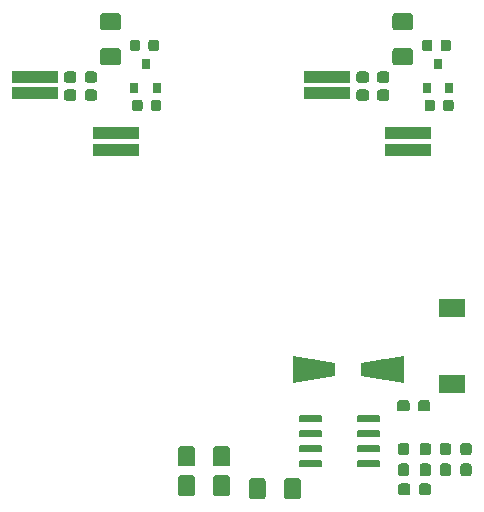
<source format=gbr>
%TF.GenerationSoftware,KiCad,Pcbnew,(5.1.0-1220-ga833aeeac)*%
%TF.CreationDate,2019-07-10T01:08:44+03:00*%
%TF.ProjectId,proto_II_panel,70726f74-6f5f-4494-995f-70616e656c2e,rev?*%
%TF.SameCoordinates,Original*%
%TF.FileFunction,Paste,Top*%
%TF.FilePolarity,Positive*%
%FSLAX46Y46*%
G04 Gerber Fmt 4.6, Leading zero omitted, Abs format (unit mm)*
G04 Created by KiCad (PCBNEW (5.1.0-1220-ga833aeeac)) date 2019-07-10 01:08:44*
%MOMM*%
%LPD*%
G04 APERTURE LIST*
%ADD10C,0.160000*%
%ADD11C,0.950000*%
%ADD12C,0.875000*%
%ADD13R,0.800000X0.900000*%
%ADD14C,1.425000*%
%ADD15R,4.000000X1.000000*%
%ADD16C,0.600000*%
%ADD17R,2.200000X1.600000*%
%ADD18C,1.676868*%
G04 APERTURE END LIST*
D10*
G36*
X82328387Y-63718079D02*
G01*
X82405438Y-63769562D01*
X82456921Y-63846613D01*
X82475000Y-63937500D01*
X82475000Y-64412500D01*
X82456921Y-64503387D01*
X82405438Y-64580438D01*
X82328387Y-64631921D01*
X82237500Y-64650000D01*
X81662500Y-64650000D01*
X81571613Y-64631921D01*
X81494562Y-64580438D01*
X81443079Y-64503387D01*
X81425000Y-64412500D01*
X81425000Y-63937500D01*
X81443079Y-63846613D01*
X81494562Y-63769562D01*
X81571613Y-63718079D01*
X81662500Y-63700000D01*
X82237500Y-63700000D01*
X82328387Y-63718079D01*
X82328387Y-63718079D01*
G37*
D11*
X81950000Y-64175000D03*
D10*
G36*
X84078387Y-63718079D02*
G01*
X84155438Y-63769562D01*
X84206921Y-63846613D01*
X84225000Y-63937500D01*
X84225000Y-64412500D01*
X84206921Y-64503387D01*
X84155438Y-64580438D01*
X84078387Y-64631921D01*
X83987500Y-64650000D01*
X83412500Y-64650000D01*
X83321613Y-64631921D01*
X83244562Y-64580438D01*
X83193079Y-64503387D01*
X83175000Y-64412500D01*
X83175000Y-63937500D01*
X83193079Y-63846613D01*
X83244562Y-63769562D01*
X83321613Y-63718079D01*
X83412500Y-63700000D01*
X83987500Y-63700000D01*
X84078387Y-63718079D01*
X84078387Y-63718079D01*
G37*
D11*
X83700000Y-64175000D03*
D10*
G36*
X82328387Y-62193079D02*
G01*
X82405438Y-62244562D01*
X82456921Y-62321613D01*
X82475000Y-62412500D01*
X82475000Y-62887500D01*
X82456921Y-62978387D01*
X82405438Y-63055438D01*
X82328387Y-63106921D01*
X82237500Y-63125000D01*
X81662500Y-63125000D01*
X81571613Y-63106921D01*
X81494562Y-63055438D01*
X81443079Y-62978387D01*
X81425000Y-62887500D01*
X81425000Y-62412500D01*
X81443079Y-62321613D01*
X81494562Y-62244562D01*
X81571613Y-62193079D01*
X81662500Y-62175000D01*
X82237500Y-62175000D01*
X82328387Y-62193079D01*
X82328387Y-62193079D01*
G37*
D11*
X81950000Y-62650000D03*
D10*
G36*
X84078387Y-62193079D02*
G01*
X84155438Y-62244562D01*
X84206921Y-62321613D01*
X84225000Y-62412500D01*
X84225000Y-62887500D01*
X84206921Y-62978387D01*
X84155438Y-63055438D01*
X84078387Y-63106921D01*
X83987500Y-63125000D01*
X83412500Y-63125000D01*
X83321613Y-63106921D01*
X83244562Y-63055438D01*
X83193079Y-62978387D01*
X83175000Y-62887500D01*
X83175000Y-62412500D01*
X83193079Y-62321613D01*
X83244562Y-62244562D01*
X83321613Y-62193079D01*
X83412500Y-62175000D01*
X83987500Y-62175000D01*
X84078387Y-62193079D01*
X84078387Y-62193079D01*
G37*
D11*
X83700000Y-62650000D03*
D10*
G36*
X87727463Y-59516651D02*
G01*
X87798431Y-59564070D01*
X87845850Y-59635038D01*
X87862501Y-59718750D01*
X87862501Y-60231250D01*
X87845850Y-60314962D01*
X87798431Y-60385930D01*
X87727463Y-60433349D01*
X87643751Y-60450000D01*
X87206251Y-60450000D01*
X87122539Y-60433349D01*
X87051571Y-60385930D01*
X87004152Y-60314962D01*
X86987501Y-60231250D01*
X86987501Y-59718750D01*
X87004152Y-59635038D01*
X87051571Y-59564070D01*
X87122539Y-59516651D01*
X87206251Y-59500000D01*
X87643751Y-59500000D01*
X87727463Y-59516651D01*
X87727463Y-59516651D01*
G37*
D12*
X87425001Y-59975000D03*
D10*
G36*
X89302463Y-59516651D02*
G01*
X89373431Y-59564070D01*
X89420850Y-59635038D01*
X89437501Y-59718750D01*
X89437501Y-60231250D01*
X89420850Y-60314962D01*
X89373431Y-60385930D01*
X89302463Y-60433349D01*
X89218751Y-60450000D01*
X88781251Y-60450000D01*
X88697539Y-60433349D01*
X88626571Y-60385930D01*
X88579152Y-60314962D01*
X88562501Y-60231250D01*
X88562501Y-59718750D01*
X88579152Y-59635038D01*
X88626571Y-59564070D01*
X88697539Y-59516651D01*
X88781251Y-59500000D01*
X89218751Y-59500000D01*
X89302463Y-59516651D01*
X89302463Y-59516651D01*
G37*
D12*
X89000001Y-59975000D03*
D10*
G36*
X89514962Y-64591651D02*
G01*
X89585930Y-64639070D01*
X89633349Y-64710038D01*
X89650000Y-64793750D01*
X89650000Y-65306250D01*
X89633349Y-65389962D01*
X89585930Y-65460930D01*
X89514962Y-65508349D01*
X89431250Y-65525000D01*
X88993750Y-65525000D01*
X88910038Y-65508349D01*
X88839070Y-65460930D01*
X88791651Y-65389962D01*
X88775000Y-65306250D01*
X88775000Y-64793750D01*
X88791651Y-64710038D01*
X88839070Y-64639070D01*
X88910038Y-64591651D01*
X88993750Y-64575000D01*
X89431250Y-64575000D01*
X89514962Y-64591651D01*
X89514962Y-64591651D01*
G37*
D12*
X89212500Y-65050000D03*
D10*
G36*
X87939962Y-64591651D02*
G01*
X88010930Y-64639070D01*
X88058349Y-64710038D01*
X88075000Y-64793750D01*
X88075000Y-65306250D01*
X88058349Y-65389962D01*
X88010930Y-65460930D01*
X87939962Y-65508349D01*
X87856250Y-65525000D01*
X87418750Y-65525000D01*
X87335038Y-65508349D01*
X87264070Y-65460930D01*
X87216651Y-65389962D01*
X87200000Y-65306250D01*
X87200000Y-64793750D01*
X87216651Y-64710038D01*
X87264070Y-64639070D01*
X87335038Y-64591651D01*
X87418750Y-64575000D01*
X87856250Y-64575000D01*
X87939962Y-64591651D01*
X87939962Y-64591651D01*
G37*
D12*
X87637500Y-65050000D03*
D13*
X87385356Y-63550000D03*
X89285356Y-63550000D03*
X88335356Y-61550000D03*
D10*
G36*
X86070671Y-60231530D02*
G01*
X86151777Y-60285723D01*
X86205970Y-60366829D01*
X86225000Y-60462500D01*
X86225000Y-61387500D01*
X86205970Y-61483171D01*
X86151777Y-61564277D01*
X86070671Y-61618470D01*
X85975000Y-61637500D01*
X84725000Y-61637500D01*
X84629329Y-61618470D01*
X84548223Y-61564277D01*
X84494030Y-61483171D01*
X84475000Y-61387500D01*
X84475000Y-60462500D01*
X84494030Y-60366829D01*
X84548223Y-60285723D01*
X84629329Y-60231530D01*
X84725000Y-60212500D01*
X85975000Y-60212500D01*
X86070671Y-60231530D01*
X86070671Y-60231530D01*
G37*
D14*
X85350000Y-60925000D03*
D10*
G36*
X86070671Y-57256530D02*
G01*
X86151777Y-57310723D01*
X86205970Y-57391829D01*
X86225000Y-57487500D01*
X86225000Y-58412500D01*
X86205970Y-58508171D01*
X86151777Y-58589277D01*
X86070671Y-58643470D01*
X85975000Y-58662500D01*
X84725000Y-58662500D01*
X84629329Y-58643470D01*
X84548223Y-58589277D01*
X84494030Y-58508171D01*
X84475000Y-58412500D01*
X84475000Y-57487500D01*
X84494030Y-57391829D01*
X84548223Y-57310723D01*
X84629329Y-57256530D01*
X84725000Y-57237500D01*
X85975000Y-57237500D01*
X86070671Y-57256530D01*
X86070671Y-57256530D01*
G37*
D14*
X85350000Y-57950000D03*
D15*
X78975000Y-62650000D03*
X78975000Y-64050000D03*
X85825000Y-68825000D03*
X85825000Y-67425000D03*
X61075000Y-67425000D03*
X61075000Y-68825000D03*
X54225000Y-64050000D03*
X54225000Y-62650000D03*
D10*
G36*
X61320671Y-57256530D02*
G01*
X61401777Y-57310723D01*
X61455970Y-57391829D01*
X61475000Y-57487500D01*
X61475000Y-58412500D01*
X61455970Y-58508171D01*
X61401777Y-58589277D01*
X61320671Y-58643470D01*
X61225000Y-58662500D01*
X59975000Y-58662500D01*
X59879329Y-58643470D01*
X59798223Y-58589277D01*
X59744030Y-58508171D01*
X59725000Y-58412500D01*
X59725000Y-57487500D01*
X59744030Y-57391829D01*
X59798223Y-57310723D01*
X59879329Y-57256530D01*
X59975000Y-57237500D01*
X61225000Y-57237500D01*
X61320671Y-57256530D01*
X61320671Y-57256530D01*
G37*
D14*
X60600000Y-57950000D03*
D10*
G36*
X61320671Y-60231530D02*
G01*
X61401777Y-60285723D01*
X61455970Y-60366829D01*
X61475000Y-60462500D01*
X61475000Y-61387500D01*
X61455970Y-61483171D01*
X61401777Y-61564277D01*
X61320671Y-61618470D01*
X61225000Y-61637500D01*
X59975000Y-61637500D01*
X59879329Y-61618470D01*
X59798223Y-61564277D01*
X59744030Y-61483171D01*
X59725000Y-61387500D01*
X59725000Y-60462500D01*
X59744030Y-60366829D01*
X59798223Y-60285723D01*
X59879329Y-60231530D01*
X59975000Y-60212500D01*
X61225000Y-60212500D01*
X61320671Y-60231530D01*
X61320671Y-60231530D01*
G37*
D14*
X60600000Y-60925000D03*
D13*
X63585356Y-61550000D03*
X64535356Y-63550000D03*
X62635356Y-63550000D03*
D10*
G36*
X63189962Y-64591651D02*
G01*
X63260930Y-64639070D01*
X63308349Y-64710038D01*
X63325000Y-64793750D01*
X63325000Y-65306250D01*
X63308349Y-65389962D01*
X63260930Y-65460930D01*
X63189962Y-65508349D01*
X63106250Y-65525000D01*
X62668750Y-65525000D01*
X62585038Y-65508349D01*
X62514070Y-65460930D01*
X62466651Y-65389962D01*
X62450000Y-65306250D01*
X62450000Y-64793750D01*
X62466651Y-64710038D01*
X62514070Y-64639070D01*
X62585038Y-64591651D01*
X62668750Y-64575000D01*
X63106250Y-64575000D01*
X63189962Y-64591651D01*
X63189962Y-64591651D01*
G37*
D12*
X62887500Y-65050000D03*
D10*
G36*
X64764962Y-64591651D02*
G01*
X64835930Y-64639070D01*
X64883349Y-64710038D01*
X64900000Y-64793750D01*
X64900000Y-65306250D01*
X64883349Y-65389962D01*
X64835930Y-65460930D01*
X64764962Y-65508349D01*
X64681250Y-65525000D01*
X64243750Y-65525000D01*
X64160038Y-65508349D01*
X64089070Y-65460930D01*
X64041651Y-65389962D01*
X64025000Y-65306250D01*
X64025000Y-64793750D01*
X64041651Y-64710038D01*
X64089070Y-64639070D01*
X64160038Y-64591651D01*
X64243750Y-64575000D01*
X64681250Y-64575000D01*
X64764962Y-64591651D01*
X64764962Y-64591651D01*
G37*
D12*
X64462500Y-65050000D03*
D10*
G36*
X64552463Y-59516651D02*
G01*
X64623431Y-59564070D01*
X64670850Y-59635038D01*
X64687501Y-59718750D01*
X64687501Y-60231250D01*
X64670850Y-60314962D01*
X64623431Y-60385930D01*
X64552463Y-60433349D01*
X64468751Y-60450000D01*
X64031251Y-60450000D01*
X63947539Y-60433349D01*
X63876571Y-60385930D01*
X63829152Y-60314962D01*
X63812501Y-60231250D01*
X63812501Y-59718750D01*
X63829152Y-59635038D01*
X63876571Y-59564070D01*
X63947539Y-59516651D01*
X64031251Y-59500000D01*
X64468751Y-59500000D01*
X64552463Y-59516651D01*
X64552463Y-59516651D01*
G37*
D12*
X64250001Y-59975000D03*
D10*
G36*
X62977463Y-59516651D02*
G01*
X63048431Y-59564070D01*
X63095850Y-59635038D01*
X63112501Y-59718750D01*
X63112501Y-60231250D01*
X63095850Y-60314962D01*
X63048431Y-60385930D01*
X62977463Y-60433349D01*
X62893751Y-60450000D01*
X62456251Y-60450000D01*
X62372539Y-60433349D01*
X62301571Y-60385930D01*
X62254152Y-60314962D01*
X62237501Y-60231250D01*
X62237501Y-59718750D01*
X62254152Y-59635038D01*
X62301571Y-59564070D01*
X62372539Y-59516651D01*
X62456251Y-59500000D01*
X62893751Y-59500000D01*
X62977463Y-59516651D01*
X62977463Y-59516651D01*
G37*
D12*
X62675001Y-59975000D03*
D10*
G36*
X59328387Y-62193079D02*
G01*
X59405438Y-62244562D01*
X59456921Y-62321613D01*
X59475000Y-62412500D01*
X59475000Y-62887500D01*
X59456921Y-62978387D01*
X59405438Y-63055438D01*
X59328387Y-63106921D01*
X59237500Y-63125000D01*
X58662500Y-63125000D01*
X58571613Y-63106921D01*
X58494562Y-63055438D01*
X58443079Y-62978387D01*
X58425000Y-62887500D01*
X58425000Y-62412500D01*
X58443079Y-62321613D01*
X58494562Y-62244562D01*
X58571613Y-62193079D01*
X58662500Y-62175000D01*
X59237500Y-62175000D01*
X59328387Y-62193079D01*
X59328387Y-62193079D01*
G37*
D11*
X58950000Y-62650000D03*
D10*
G36*
X57578387Y-62193079D02*
G01*
X57655438Y-62244562D01*
X57706921Y-62321613D01*
X57725000Y-62412500D01*
X57725000Y-62887500D01*
X57706921Y-62978387D01*
X57655438Y-63055438D01*
X57578387Y-63106921D01*
X57487500Y-63125000D01*
X56912500Y-63125000D01*
X56821613Y-63106921D01*
X56744562Y-63055438D01*
X56693079Y-62978387D01*
X56675000Y-62887500D01*
X56675000Y-62412500D01*
X56693079Y-62321613D01*
X56744562Y-62244562D01*
X56821613Y-62193079D01*
X56912500Y-62175000D01*
X57487500Y-62175000D01*
X57578387Y-62193079D01*
X57578387Y-62193079D01*
G37*
D11*
X57200000Y-62650000D03*
D10*
G36*
X59328387Y-63718079D02*
G01*
X59405438Y-63769562D01*
X59456921Y-63846613D01*
X59475000Y-63937500D01*
X59475000Y-64412500D01*
X59456921Y-64503387D01*
X59405438Y-64580438D01*
X59328387Y-64631921D01*
X59237500Y-64650000D01*
X58662500Y-64650000D01*
X58571613Y-64631921D01*
X58494562Y-64580438D01*
X58443079Y-64503387D01*
X58425000Y-64412500D01*
X58425000Y-63937500D01*
X58443079Y-63846613D01*
X58494562Y-63769562D01*
X58571613Y-63718079D01*
X58662500Y-63700000D01*
X59237500Y-63700000D01*
X59328387Y-63718079D01*
X59328387Y-63718079D01*
G37*
D11*
X58950000Y-64175000D03*
D10*
G36*
X57578387Y-63718079D02*
G01*
X57655438Y-63769562D01*
X57706921Y-63846613D01*
X57725000Y-63937500D01*
X57725000Y-64412500D01*
X57706921Y-64503387D01*
X57655438Y-64580438D01*
X57578387Y-64631921D01*
X57487500Y-64650000D01*
X56912500Y-64650000D01*
X56821613Y-64631921D01*
X56744562Y-64580438D01*
X56693079Y-64503387D01*
X56675000Y-64412500D01*
X56675000Y-63937500D01*
X56693079Y-63846613D01*
X56744562Y-63769562D01*
X56821613Y-63718079D01*
X56912500Y-63700000D01*
X57487500Y-63700000D01*
X57578387Y-63718079D01*
X57578387Y-63718079D01*
G37*
D11*
X57200000Y-64175000D03*
D10*
G36*
X83357403Y-91306418D02*
G01*
X83406066Y-91338934D01*
X83438582Y-91387597D01*
X83450000Y-91445000D01*
X83450000Y-91745000D01*
X83438582Y-91802403D01*
X83406066Y-91851066D01*
X83357403Y-91883582D01*
X83300000Y-91895000D01*
X81650000Y-91895000D01*
X81592597Y-91883582D01*
X81543934Y-91851066D01*
X81511418Y-91802403D01*
X81500000Y-91745000D01*
X81500000Y-91445000D01*
X81511418Y-91387597D01*
X81543934Y-91338934D01*
X81592597Y-91306418D01*
X81650000Y-91295000D01*
X83300000Y-91295000D01*
X83357403Y-91306418D01*
X83357403Y-91306418D01*
G37*
D16*
X82475000Y-91595000D03*
D10*
G36*
X83357403Y-92576418D02*
G01*
X83406066Y-92608934D01*
X83438582Y-92657597D01*
X83450000Y-92715000D01*
X83450000Y-93015000D01*
X83438582Y-93072403D01*
X83406066Y-93121066D01*
X83357403Y-93153582D01*
X83300000Y-93165000D01*
X81650000Y-93165000D01*
X81592597Y-93153582D01*
X81543934Y-93121066D01*
X81511418Y-93072403D01*
X81500000Y-93015000D01*
X81500000Y-92715000D01*
X81511418Y-92657597D01*
X81543934Y-92608934D01*
X81592597Y-92576418D01*
X81650000Y-92565000D01*
X83300000Y-92565000D01*
X83357403Y-92576418D01*
X83357403Y-92576418D01*
G37*
D16*
X82475000Y-92865000D03*
D10*
G36*
X83357403Y-93846418D02*
G01*
X83406066Y-93878934D01*
X83438582Y-93927597D01*
X83450000Y-93985000D01*
X83450000Y-94285000D01*
X83438582Y-94342403D01*
X83406066Y-94391066D01*
X83357403Y-94423582D01*
X83300000Y-94435000D01*
X81650000Y-94435000D01*
X81592597Y-94423582D01*
X81543934Y-94391066D01*
X81511418Y-94342403D01*
X81500000Y-94285000D01*
X81500000Y-93985000D01*
X81511418Y-93927597D01*
X81543934Y-93878934D01*
X81592597Y-93846418D01*
X81650000Y-93835000D01*
X83300000Y-93835000D01*
X83357403Y-93846418D01*
X83357403Y-93846418D01*
G37*
D16*
X82475000Y-94135000D03*
D10*
G36*
X83357403Y-95116418D02*
G01*
X83406066Y-95148934D01*
X83438582Y-95197597D01*
X83450000Y-95255000D01*
X83450000Y-95555000D01*
X83438582Y-95612403D01*
X83406066Y-95661066D01*
X83357403Y-95693582D01*
X83300000Y-95705000D01*
X81650000Y-95705000D01*
X81592597Y-95693582D01*
X81543934Y-95661066D01*
X81511418Y-95612403D01*
X81500000Y-95555000D01*
X81500000Y-95255000D01*
X81511418Y-95197597D01*
X81543934Y-95148934D01*
X81592597Y-95116418D01*
X81650000Y-95105000D01*
X83300000Y-95105000D01*
X83357403Y-95116418D01*
X83357403Y-95116418D01*
G37*
D16*
X82475000Y-95405000D03*
D10*
G36*
X78407403Y-95116418D02*
G01*
X78456066Y-95148934D01*
X78488582Y-95197597D01*
X78500000Y-95255000D01*
X78500000Y-95555000D01*
X78488582Y-95612403D01*
X78456066Y-95661066D01*
X78407403Y-95693582D01*
X78350000Y-95705000D01*
X76700000Y-95705000D01*
X76642597Y-95693582D01*
X76593934Y-95661066D01*
X76561418Y-95612403D01*
X76550000Y-95555000D01*
X76550000Y-95255000D01*
X76561418Y-95197597D01*
X76593934Y-95148934D01*
X76642597Y-95116418D01*
X76700000Y-95105000D01*
X78350000Y-95105000D01*
X78407403Y-95116418D01*
X78407403Y-95116418D01*
G37*
D16*
X77525000Y-95405000D03*
D10*
G36*
X78407403Y-93846418D02*
G01*
X78456066Y-93878934D01*
X78488582Y-93927597D01*
X78500000Y-93985000D01*
X78500000Y-94285000D01*
X78488582Y-94342403D01*
X78456066Y-94391066D01*
X78407403Y-94423582D01*
X78350000Y-94435000D01*
X76700000Y-94435000D01*
X76642597Y-94423582D01*
X76593934Y-94391066D01*
X76561418Y-94342403D01*
X76550000Y-94285000D01*
X76550000Y-93985000D01*
X76561418Y-93927597D01*
X76593934Y-93878934D01*
X76642597Y-93846418D01*
X76700000Y-93835000D01*
X78350000Y-93835000D01*
X78407403Y-93846418D01*
X78407403Y-93846418D01*
G37*
D16*
X77525000Y-94135000D03*
D10*
G36*
X78407403Y-92576418D02*
G01*
X78456066Y-92608934D01*
X78488582Y-92657597D01*
X78500000Y-92715000D01*
X78500000Y-93015000D01*
X78488582Y-93072403D01*
X78456066Y-93121066D01*
X78407403Y-93153582D01*
X78350000Y-93165000D01*
X76700000Y-93165000D01*
X76642597Y-93153582D01*
X76593934Y-93121066D01*
X76561418Y-93072403D01*
X76550000Y-93015000D01*
X76550000Y-92715000D01*
X76561418Y-92657597D01*
X76593934Y-92608934D01*
X76642597Y-92576418D01*
X76700000Y-92565000D01*
X78350000Y-92565000D01*
X78407403Y-92576418D01*
X78407403Y-92576418D01*
G37*
D16*
X77525000Y-92865000D03*
D10*
G36*
X78407403Y-91306418D02*
G01*
X78456066Y-91338934D01*
X78488582Y-91387597D01*
X78500000Y-91445000D01*
X78500000Y-91745000D01*
X78488582Y-91802403D01*
X78456066Y-91851066D01*
X78407403Y-91883582D01*
X78350000Y-91895000D01*
X76700000Y-91895000D01*
X76642597Y-91883582D01*
X76593934Y-91851066D01*
X76561418Y-91802403D01*
X76550000Y-91745000D01*
X76550000Y-91445000D01*
X76561418Y-91387597D01*
X76593934Y-91338934D01*
X76642597Y-91306418D01*
X76700000Y-91295000D01*
X78350000Y-91295000D01*
X78407403Y-91306418D01*
X78407403Y-91306418D01*
G37*
D16*
X77525000Y-91595000D03*
D10*
G36*
X87578387Y-93643079D02*
G01*
X87655438Y-93694562D01*
X87706921Y-93771613D01*
X87725000Y-93862500D01*
X87725000Y-94437500D01*
X87706921Y-94528387D01*
X87655438Y-94605438D01*
X87578387Y-94656921D01*
X87487500Y-94675000D01*
X87012500Y-94675000D01*
X86921613Y-94656921D01*
X86844562Y-94605438D01*
X86793079Y-94528387D01*
X86775000Y-94437500D01*
X86775000Y-93862500D01*
X86793079Y-93771613D01*
X86844562Y-93694562D01*
X86921613Y-93643079D01*
X87012500Y-93625000D01*
X87487500Y-93625000D01*
X87578387Y-93643079D01*
X87578387Y-93643079D01*
G37*
D11*
X87250000Y-94150000D03*
D10*
G36*
X87578387Y-95393079D02*
G01*
X87655438Y-95444562D01*
X87706921Y-95521613D01*
X87725000Y-95612500D01*
X87725000Y-96187500D01*
X87706921Y-96278387D01*
X87655438Y-96355438D01*
X87578387Y-96406921D01*
X87487500Y-96425000D01*
X87012500Y-96425000D01*
X86921613Y-96406921D01*
X86844562Y-96355438D01*
X86793079Y-96278387D01*
X86775000Y-96187500D01*
X86775000Y-95612500D01*
X86793079Y-95521613D01*
X86844562Y-95444562D01*
X86921613Y-95393079D01*
X87012500Y-95375000D01*
X87487500Y-95375000D01*
X87578387Y-95393079D01*
X87578387Y-95393079D01*
G37*
D11*
X87250000Y-95900000D03*
D10*
G36*
X67583171Y-96394030D02*
G01*
X67664277Y-96448223D01*
X67718470Y-96529329D01*
X67737500Y-96625000D01*
X67737500Y-97875000D01*
X67718470Y-97970671D01*
X67664277Y-98051777D01*
X67583171Y-98105970D01*
X67487500Y-98125000D01*
X66562500Y-98125000D01*
X66466829Y-98105970D01*
X66385723Y-98051777D01*
X66331530Y-97970671D01*
X66312500Y-97875000D01*
X66312500Y-96625000D01*
X66331530Y-96529329D01*
X66385723Y-96448223D01*
X66466829Y-96394030D01*
X66562500Y-96375000D01*
X67487500Y-96375000D01*
X67583171Y-96394030D01*
X67583171Y-96394030D01*
G37*
D14*
X67025000Y-97250000D03*
D10*
G36*
X70558171Y-96394030D02*
G01*
X70639277Y-96448223D01*
X70693470Y-96529329D01*
X70712500Y-96625000D01*
X70712500Y-97875000D01*
X70693470Y-97970671D01*
X70639277Y-98051777D01*
X70558171Y-98105970D01*
X70462500Y-98125000D01*
X69537500Y-98125000D01*
X69441829Y-98105970D01*
X69360723Y-98051777D01*
X69306530Y-97970671D01*
X69287500Y-97875000D01*
X69287500Y-96625000D01*
X69306530Y-96529329D01*
X69360723Y-96448223D01*
X69441829Y-96394030D01*
X69537500Y-96375000D01*
X70462500Y-96375000D01*
X70558171Y-96394030D01*
X70558171Y-96394030D01*
G37*
D14*
X70000000Y-97250000D03*
D10*
G36*
X89278387Y-93643079D02*
G01*
X89355438Y-93694562D01*
X89406921Y-93771613D01*
X89425000Y-93862500D01*
X89425000Y-94437500D01*
X89406921Y-94528387D01*
X89355438Y-94605438D01*
X89278387Y-94656921D01*
X89187500Y-94675000D01*
X88712500Y-94675000D01*
X88621613Y-94656921D01*
X88544562Y-94605438D01*
X88493079Y-94528387D01*
X88475000Y-94437500D01*
X88475000Y-93862500D01*
X88493079Y-93771613D01*
X88544562Y-93694562D01*
X88621613Y-93643079D01*
X88712500Y-93625000D01*
X89187500Y-93625000D01*
X89278387Y-93643079D01*
X89278387Y-93643079D01*
G37*
D11*
X88950000Y-94150000D03*
D10*
G36*
X89278387Y-95393079D02*
G01*
X89355438Y-95444562D01*
X89406921Y-95521613D01*
X89425000Y-95612500D01*
X89425000Y-96187500D01*
X89406921Y-96278387D01*
X89355438Y-96355438D01*
X89278387Y-96406921D01*
X89187500Y-96425000D01*
X88712500Y-96425000D01*
X88621613Y-96406921D01*
X88544562Y-96355438D01*
X88493079Y-96278387D01*
X88475000Y-96187500D01*
X88475000Y-95612500D01*
X88493079Y-95521613D01*
X88544562Y-95444562D01*
X88621613Y-95393079D01*
X88712500Y-95375000D01*
X89187500Y-95375000D01*
X89278387Y-95393079D01*
X89278387Y-95393079D01*
G37*
D11*
X88950000Y-95900000D03*
D10*
G36*
X70558171Y-93894030D02*
G01*
X70639277Y-93948223D01*
X70693470Y-94029329D01*
X70712500Y-94125000D01*
X70712500Y-95375000D01*
X70693470Y-95470671D01*
X70639277Y-95551777D01*
X70558171Y-95605970D01*
X70462500Y-95625000D01*
X69537500Y-95625000D01*
X69441829Y-95605970D01*
X69360723Y-95551777D01*
X69306530Y-95470671D01*
X69287500Y-95375000D01*
X69287500Y-94125000D01*
X69306530Y-94029329D01*
X69360723Y-93948223D01*
X69441829Y-93894030D01*
X69537500Y-93875000D01*
X70462500Y-93875000D01*
X70558171Y-93894030D01*
X70558171Y-93894030D01*
G37*
D14*
X70000000Y-94750000D03*
D10*
G36*
X67583171Y-93894030D02*
G01*
X67664277Y-93948223D01*
X67718470Y-94029329D01*
X67737500Y-94125000D01*
X67737500Y-95375000D01*
X67718470Y-95470671D01*
X67664277Y-95551777D01*
X67583171Y-95605970D01*
X67487500Y-95625000D01*
X66562500Y-95625000D01*
X66466829Y-95605970D01*
X66385723Y-95551777D01*
X66331530Y-95470671D01*
X66312500Y-95375000D01*
X66312500Y-94125000D01*
X66331530Y-94029329D01*
X66385723Y-93948223D01*
X66466829Y-93894030D01*
X66562500Y-93875000D01*
X67487500Y-93875000D01*
X67583171Y-93894030D01*
X67583171Y-93894030D01*
G37*
D14*
X67025000Y-94750000D03*
D10*
G36*
X91028387Y-95393079D02*
G01*
X91105438Y-95444562D01*
X91156921Y-95521613D01*
X91175000Y-95612500D01*
X91175000Y-96187500D01*
X91156921Y-96278387D01*
X91105438Y-96355438D01*
X91028387Y-96406921D01*
X90937500Y-96425000D01*
X90462500Y-96425000D01*
X90371613Y-96406921D01*
X90294562Y-96355438D01*
X90243079Y-96278387D01*
X90225000Y-96187500D01*
X90225000Y-95612500D01*
X90243079Y-95521613D01*
X90294562Y-95444562D01*
X90371613Y-95393079D01*
X90462500Y-95375000D01*
X90937500Y-95375000D01*
X91028387Y-95393079D01*
X91028387Y-95393079D01*
G37*
D11*
X90700000Y-95900000D03*
D10*
G36*
X91028387Y-93643079D02*
G01*
X91105438Y-93694562D01*
X91156921Y-93771613D01*
X91175000Y-93862500D01*
X91175000Y-94437500D01*
X91156921Y-94528387D01*
X91105438Y-94605438D01*
X91028387Y-94656921D01*
X90937500Y-94675000D01*
X90462500Y-94675000D01*
X90371613Y-94656921D01*
X90294562Y-94605438D01*
X90243079Y-94528387D01*
X90225000Y-94437500D01*
X90225000Y-93862500D01*
X90243079Y-93771613D01*
X90294562Y-93694562D01*
X90371613Y-93643079D01*
X90462500Y-93625000D01*
X90937500Y-93625000D01*
X91028387Y-93643079D01*
X91028387Y-93643079D01*
G37*
D11*
X90700000Y-94150000D03*
D17*
X89550000Y-88650000D03*
X89550000Y-82250000D03*
D18*
X77825000Y-87400000D03*
D10*
G36*
X76025000Y-88550000D02*
G01*
X76025000Y-86250000D01*
X79625000Y-86850000D01*
X79625000Y-87950000D01*
X76025000Y-88550000D01*
X76025000Y-88550000D01*
G37*
D18*
X83625000Y-87400000D03*
D10*
G36*
X85425000Y-86250000D02*
G01*
X85425000Y-88550000D01*
X81825000Y-87950000D01*
X81825000Y-86850000D01*
X85425000Y-86250000D01*
X85425000Y-86250000D01*
G37*
G36*
X85753387Y-93643079D02*
G01*
X85830438Y-93694562D01*
X85881921Y-93771613D01*
X85900000Y-93862500D01*
X85900000Y-94437500D01*
X85881921Y-94528387D01*
X85830438Y-94605438D01*
X85753387Y-94656921D01*
X85662500Y-94675000D01*
X85187500Y-94675000D01*
X85096613Y-94656921D01*
X85019562Y-94605438D01*
X84968079Y-94528387D01*
X84950000Y-94437500D01*
X84950000Y-93862500D01*
X84968079Y-93771613D01*
X85019562Y-93694562D01*
X85096613Y-93643079D01*
X85187500Y-93625000D01*
X85662500Y-93625000D01*
X85753387Y-93643079D01*
X85753387Y-93643079D01*
G37*
D11*
X85425000Y-94150000D03*
D10*
G36*
X85753387Y-95393079D02*
G01*
X85830438Y-95444562D01*
X85881921Y-95521613D01*
X85900000Y-95612500D01*
X85900000Y-96187500D01*
X85881921Y-96278387D01*
X85830438Y-96355438D01*
X85753387Y-96406921D01*
X85662500Y-96425000D01*
X85187500Y-96425000D01*
X85096613Y-96406921D01*
X85019562Y-96355438D01*
X84968079Y-96278387D01*
X84950000Y-96187500D01*
X84950000Y-95612500D01*
X84968079Y-95521613D01*
X85019562Y-95444562D01*
X85096613Y-95393079D01*
X85187500Y-95375000D01*
X85662500Y-95375000D01*
X85753387Y-95393079D01*
X85753387Y-95393079D01*
G37*
D11*
X85425000Y-95900000D03*
D10*
G36*
X73583171Y-96644030D02*
G01*
X73664277Y-96698223D01*
X73718470Y-96779329D01*
X73737500Y-96875000D01*
X73737500Y-98125000D01*
X73718470Y-98220671D01*
X73664277Y-98301777D01*
X73583171Y-98355970D01*
X73487500Y-98375000D01*
X72562500Y-98375000D01*
X72466829Y-98355970D01*
X72385723Y-98301777D01*
X72331530Y-98220671D01*
X72312500Y-98125000D01*
X72312500Y-96875000D01*
X72331530Y-96779329D01*
X72385723Y-96698223D01*
X72466829Y-96644030D01*
X72562500Y-96625000D01*
X73487500Y-96625000D01*
X73583171Y-96644030D01*
X73583171Y-96644030D01*
G37*
D14*
X73025000Y-97500000D03*
D10*
G36*
X76558171Y-96644030D02*
G01*
X76639277Y-96698223D01*
X76693470Y-96779329D01*
X76712500Y-96875000D01*
X76712500Y-98125000D01*
X76693470Y-98220671D01*
X76639277Y-98301777D01*
X76558171Y-98355970D01*
X76462500Y-98375000D01*
X75537500Y-98375000D01*
X75441829Y-98355970D01*
X75360723Y-98301777D01*
X75306530Y-98220671D01*
X75287500Y-98125000D01*
X75287500Y-96875000D01*
X75306530Y-96779329D01*
X75360723Y-96698223D01*
X75441829Y-96644030D01*
X75537500Y-96625000D01*
X76462500Y-96625000D01*
X76558171Y-96644030D01*
X76558171Y-96644030D01*
G37*
D14*
X76000000Y-97500000D03*
D10*
G36*
X87603387Y-97093079D02*
G01*
X87680438Y-97144562D01*
X87731921Y-97221613D01*
X87750000Y-97312500D01*
X87750000Y-97787500D01*
X87731921Y-97878387D01*
X87680438Y-97955438D01*
X87603387Y-98006921D01*
X87512500Y-98025000D01*
X86937500Y-98025000D01*
X86846613Y-98006921D01*
X86769562Y-97955438D01*
X86718079Y-97878387D01*
X86700000Y-97787500D01*
X86700000Y-97312500D01*
X86718079Y-97221613D01*
X86769562Y-97144562D01*
X86846613Y-97093079D01*
X86937500Y-97075000D01*
X87512500Y-97075000D01*
X87603387Y-97093079D01*
X87603387Y-97093079D01*
G37*
D11*
X87225000Y-97550000D03*
D10*
G36*
X85853387Y-97093079D02*
G01*
X85930438Y-97144562D01*
X85981921Y-97221613D01*
X86000000Y-97312500D01*
X86000000Y-97787500D01*
X85981921Y-97878387D01*
X85930438Y-97955438D01*
X85853387Y-98006921D01*
X85762500Y-98025000D01*
X85187500Y-98025000D01*
X85096613Y-98006921D01*
X85019562Y-97955438D01*
X84968079Y-97878387D01*
X84950000Y-97787500D01*
X84950000Y-97312500D01*
X84968079Y-97221613D01*
X85019562Y-97144562D01*
X85096613Y-97093079D01*
X85187500Y-97075000D01*
X85762500Y-97075000D01*
X85853387Y-97093079D01*
X85853387Y-97093079D01*
G37*
D11*
X85475000Y-97550000D03*
D10*
G36*
X85778387Y-90043079D02*
G01*
X85855438Y-90094562D01*
X85906921Y-90171613D01*
X85925000Y-90262500D01*
X85925000Y-90737500D01*
X85906921Y-90828387D01*
X85855438Y-90905438D01*
X85778387Y-90956921D01*
X85687500Y-90975000D01*
X85112500Y-90975000D01*
X85021613Y-90956921D01*
X84944562Y-90905438D01*
X84893079Y-90828387D01*
X84875000Y-90737500D01*
X84875000Y-90262500D01*
X84893079Y-90171613D01*
X84944562Y-90094562D01*
X85021613Y-90043079D01*
X85112500Y-90025000D01*
X85687500Y-90025000D01*
X85778387Y-90043079D01*
X85778387Y-90043079D01*
G37*
D11*
X85400000Y-90500000D03*
D10*
G36*
X87528387Y-90043079D02*
G01*
X87605438Y-90094562D01*
X87656921Y-90171613D01*
X87675000Y-90262500D01*
X87675000Y-90737500D01*
X87656921Y-90828387D01*
X87605438Y-90905438D01*
X87528387Y-90956921D01*
X87437500Y-90975000D01*
X86862500Y-90975000D01*
X86771613Y-90956921D01*
X86694562Y-90905438D01*
X86643079Y-90828387D01*
X86625000Y-90737500D01*
X86625000Y-90262500D01*
X86643079Y-90171613D01*
X86694562Y-90094562D01*
X86771613Y-90043079D01*
X86862500Y-90025000D01*
X87437500Y-90025000D01*
X87528387Y-90043079D01*
X87528387Y-90043079D01*
G37*
D11*
X87150000Y-90500000D03*
M02*

</source>
